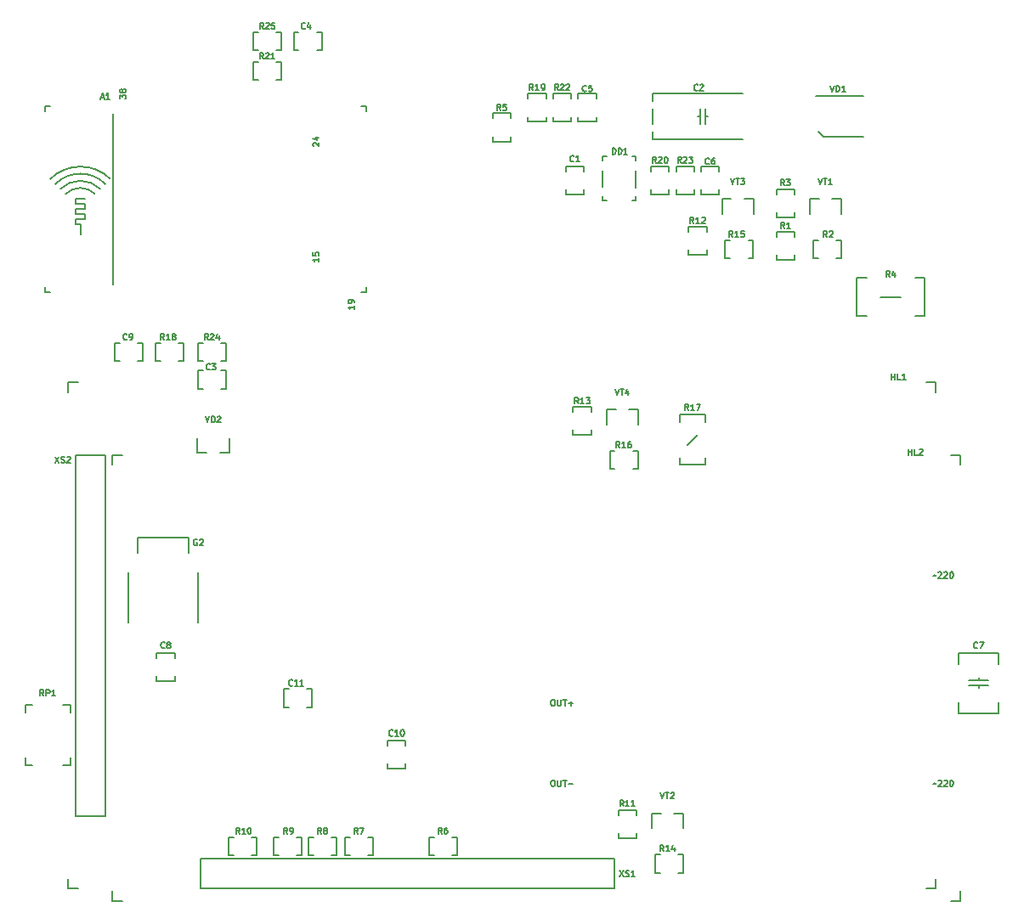
<source format=gbr>
G04 #@! TF.GenerationSoftware,KiCad,Pcbnew,(5.1.2-1)-1*
G04 #@! TF.CreationDate,2021-05-08T22:13:09+03:00*
G04 #@! TF.ProjectId,UAK_3,55414b5f-332e-46b6-9963-61645f706362,rev?*
G04 #@! TF.SameCoordinates,Original*
G04 #@! TF.FileFunction,Legend,Top*
G04 #@! TF.FilePolarity,Positive*
%FSLAX46Y46*%
G04 Gerber Fmt 4.6, Leading zero omitted, Abs format (unit mm)*
G04 Created by KiCad (PCBNEW (5.1.2-1)-1) date 2021-05-08 22:13:09*
%MOMM*%
%LPD*%
G04 APERTURE LIST*
%ADD10C,0.150000*%
G04 APERTURE END LIST*
D10*
X5500000Y9250000D02*
X5500000Y45250000D01*
X8500000Y9250000D02*
X5500000Y9250000D01*
X8500000Y45250000D02*
X8500000Y9250000D01*
X5500000Y45250000D02*
X8500000Y45250000D01*
X18000000Y5000000D02*
X59250000Y5000000D01*
X18000000Y2000000D02*
X18000000Y5000000D01*
X59250000Y2000000D02*
X18000000Y2000000D01*
X59250000Y5000000D02*
X59250000Y2000000D01*
X3478571Y45078571D02*
X3878571Y44478571D01*
X3878571Y45078571D02*
X3478571Y44478571D01*
X4078571Y44507142D02*
X4164285Y44478571D01*
X4307142Y44478571D01*
X4364285Y44507142D01*
X4392857Y44535714D01*
X4421428Y44592857D01*
X4421428Y44650000D01*
X4392857Y44707142D01*
X4364285Y44735714D01*
X4307142Y44764285D01*
X4192857Y44792857D01*
X4135714Y44821428D01*
X4107142Y44850000D01*
X4078571Y44907142D01*
X4078571Y44964285D01*
X4107142Y45021428D01*
X4135714Y45050000D01*
X4192857Y45078571D01*
X4335714Y45078571D01*
X4421428Y45050000D01*
X4650000Y45021428D02*
X4678571Y45050000D01*
X4735714Y45078571D01*
X4878571Y45078571D01*
X4935714Y45050000D01*
X4964285Y45021428D01*
X4992857Y44964285D01*
X4992857Y44907142D01*
X4964285Y44821428D01*
X4621428Y44478571D01*
X4992857Y44478571D01*
X59728571Y3828571D02*
X60128571Y3228571D01*
X60128571Y3828571D02*
X59728571Y3228571D01*
X60328571Y3257142D02*
X60414285Y3228571D01*
X60557142Y3228571D01*
X60614285Y3257142D01*
X60642857Y3285714D01*
X60671428Y3342857D01*
X60671428Y3400000D01*
X60642857Y3457142D01*
X60614285Y3485714D01*
X60557142Y3514285D01*
X60442857Y3542857D01*
X60385714Y3571428D01*
X60357142Y3600000D01*
X60328571Y3657142D01*
X60328571Y3714285D01*
X60357142Y3771428D01*
X60385714Y3800000D01*
X60442857Y3828571D01*
X60585714Y3828571D01*
X60671428Y3800000D01*
X61242857Y3228571D02*
X60900000Y3228571D01*
X61071428Y3228571D02*
X61071428Y3828571D01*
X61014285Y3742857D01*
X60957142Y3685714D01*
X60900000Y3657142D01*
X65750000Y45000000D02*
X65750000Y44250000D01*
X68250000Y44250000D02*
X68250000Y45000000D01*
X65750000Y48500000D02*
X65750000Y49250000D01*
X68250000Y49250000D02*
X68250000Y48500000D01*
X65750000Y49250000D02*
X68250000Y49250000D01*
X65750000Y44250000D02*
X68250000Y44250000D01*
X67000000Y46750000D02*
X66500000Y46250000D01*
X67000000Y46750000D02*
X67500000Y47250000D01*
X61580000Y49760000D02*
X60650000Y49760000D01*
X58420000Y49760000D02*
X59350000Y49760000D01*
X61580000Y49760000D02*
X61580000Y48300000D01*
X58420000Y49760000D02*
X58420000Y48300000D01*
X73080000Y70760000D02*
X72150000Y70760000D01*
X69920000Y70760000D02*
X70850000Y70760000D01*
X73080000Y70760000D02*
X73080000Y69300000D01*
X69920000Y70760000D02*
X69920000Y69300000D01*
X66080000Y9510000D02*
X65150000Y9510000D01*
X62920000Y9510000D02*
X63850000Y9510000D01*
X66080000Y9510000D02*
X66080000Y8050000D01*
X62920000Y9510000D02*
X62920000Y8050000D01*
X81830000Y70760000D02*
X80900000Y70760000D01*
X78670000Y70760000D02*
X79600000Y70760000D01*
X81830000Y70760000D02*
X81830000Y69300000D01*
X78670000Y70760000D02*
X78670000Y69300000D01*
X17670000Y45490000D02*
X18600000Y45490000D01*
X20830000Y45490000D02*
X19900000Y45490000D01*
X17670000Y45490000D02*
X17670000Y46950000D01*
X20830000Y45490000D02*
X20830000Y46950000D01*
X84000000Y77000000D02*
X80000000Y77000000D01*
X79500000Y77500000D02*
X80000000Y77000000D01*
X84000000Y81000000D02*
X79250000Y81000000D01*
X5000000Y20350000D02*
X4250000Y20350000D01*
X5000000Y19600000D02*
X5000000Y20350000D01*
X500000Y20350000D02*
X500000Y19600000D01*
X500000Y20350000D02*
X1250000Y20350000D01*
X5000000Y14350000D02*
X5000000Y15100000D01*
X5000000Y14350000D02*
X4250000Y14350000D01*
X500000Y14350000D02*
X500000Y15100000D01*
X500000Y14350000D02*
X1250000Y14350000D01*
X83350000Y62900000D02*
X83350000Y59100000D01*
X90150000Y59100000D02*
X90150000Y62900000D01*
X83350000Y62900000D02*
X84350000Y62900000D01*
X83350000Y59100000D02*
X84350000Y59100000D01*
X90150000Y62900000D02*
X89150000Y62900000D01*
X90150000Y59100000D02*
X89150000Y59100000D01*
X86750000Y61000000D02*
X87750000Y61000000D01*
X86750000Y61000000D02*
X85750000Y61000000D01*
X11750000Y37000000D02*
X16750000Y37000000D01*
X16750000Y35500000D02*
X16750000Y37000000D01*
X11750000Y37000000D02*
X11750000Y35500000D01*
X10750000Y33500000D02*
X10750000Y28500000D01*
X17750000Y33500000D02*
X17750000Y28500000D01*
X58050000Y72000000D02*
X58050000Y73600000D01*
X61350000Y73600000D02*
X61350000Y71900000D01*
X58050000Y75000000D02*
X58050000Y74600000D01*
X58050000Y75000000D02*
X58450000Y75000000D01*
X61350000Y75000000D02*
X61350000Y74600000D01*
X61350000Y75000000D02*
X60950000Y75000000D01*
X58050000Y70600000D02*
X58050000Y71000000D01*
X58050000Y70600000D02*
X58450000Y70600000D01*
X61350000Y70600000D02*
X61350000Y71000000D01*
X61350000Y70600000D02*
X60950000Y70600000D01*
X95500000Y22250000D02*
X95500000Y22000000D01*
X95500000Y22750000D02*
X95500000Y23000000D01*
X94500000Y22250000D02*
X96500000Y22250000D01*
X94500000Y22750000D02*
X96500000Y22750000D01*
X93500000Y25500000D02*
X93500000Y24400000D01*
X97500000Y19500000D02*
X97500000Y20600000D01*
X93500000Y19500000D02*
X93500000Y20600000D01*
X93500000Y19500000D02*
X97500000Y19500000D01*
X93500000Y25500000D02*
X97500000Y25500000D01*
X97500000Y25500000D02*
X97500000Y24400000D01*
X29050000Y20100000D02*
X28550000Y20100000D01*
X29050000Y21900000D02*
X28550000Y21900000D01*
X29050000Y21900000D02*
X29050000Y20100000D01*
X26250000Y20100000D02*
X26750000Y20100000D01*
X26250000Y21900000D02*
X26250000Y20100000D01*
X26250000Y21900000D02*
X26750000Y21900000D01*
X9450000Y56400000D02*
X9950000Y56400000D01*
X9450000Y54600000D02*
X9950000Y54600000D01*
X9450000Y54600000D02*
X9450000Y56400000D01*
X12250000Y56400000D02*
X11750000Y56400000D01*
X12250000Y54600000D02*
X12250000Y56400000D01*
X12250000Y54600000D02*
X11750000Y54600000D01*
X36600000Y13950000D02*
X36600000Y14450000D01*
X38400000Y13950000D02*
X38400000Y14450000D01*
X38400000Y13950000D02*
X36600000Y13950000D01*
X36600000Y16750000D02*
X36600000Y16250000D01*
X38400000Y16750000D02*
X36600000Y16750000D01*
X38400000Y16750000D02*
X38400000Y16250000D01*
X13600000Y22700000D02*
X13600000Y23200000D01*
X15400000Y22700000D02*
X15400000Y23200000D01*
X15400000Y22700000D02*
X13600000Y22700000D01*
X13600000Y25500000D02*
X13600000Y25000000D01*
X15400000Y25500000D02*
X13600000Y25500000D01*
X15400000Y25500000D02*
X15400000Y25000000D01*
X67850000Y71200000D02*
X67850000Y71700000D01*
X69650000Y71200000D02*
X69650000Y71700000D01*
X69650000Y71200000D02*
X67850000Y71200000D01*
X67850000Y74000000D02*
X67850000Y73500000D01*
X69650000Y74000000D02*
X67850000Y74000000D01*
X69650000Y74000000D02*
X69650000Y73500000D01*
X55600000Y78450000D02*
X55600000Y78950000D01*
X57400000Y78450000D02*
X57400000Y78950000D01*
X57400000Y78450000D02*
X55600000Y78450000D01*
X55600000Y81250000D02*
X55600000Y80750000D01*
X57400000Y81250000D02*
X55600000Y81250000D01*
X57400000Y81250000D02*
X57400000Y80750000D01*
X30050000Y85600000D02*
X29550000Y85600000D01*
X30050000Y87400000D02*
X29550000Y87400000D01*
X30050000Y87400000D02*
X30050000Y85600000D01*
X27250000Y85600000D02*
X27750000Y85600000D01*
X27250000Y87400000D02*
X27250000Y85600000D01*
X27250000Y87400000D02*
X27750000Y87400000D01*
X20550000Y51850000D02*
X20050000Y51850000D01*
X20550000Y53650000D02*
X20050000Y53650000D01*
X20550000Y53650000D02*
X20550000Y51850000D01*
X17750000Y51850000D02*
X18250000Y51850000D01*
X17750000Y53650000D02*
X17750000Y51850000D01*
X17750000Y53650000D02*
X18250000Y53650000D01*
X54350000Y71200000D02*
X54350000Y71700000D01*
X56150000Y71200000D02*
X56150000Y71700000D01*
X56150000Y71200000D02*
X54350000Y71200000D01*
X54350000Y74000000D02*
X54350000Y73500000D01*
X56150000Y74000000D02*
X54350000Y74000000D01*
X56150000Y74000000D02*
X56150000Y73500000D01*
X67750000Y79750000D02*
X67750000Y78250000D01*
X68250000Y79750000D02*
X68250000Y78250000D01*
X67750000Y79000000D02*
X67500000Y79000000D01*
X68250000Y79000000D02*
X68500000Y79000000D01*
X63000000Y81250000D02*
X72000000Y81250000D01*
X63000000Y81250000D02*
X63000000Y80500000D01*
X63000000Y76750000D02*
X63000000Y77500000D01*
X63000000Y76750000D02*
X72000000Y76750000D01*
X63000000Y79750000D02*
X63000000Y78250000D01*
X2500000Y61500000D02*
X3000000Y61500000D01*
X2500000Y61500000D02*
X2500000Y62000000D01*
X2500000Y80000000D02*
X2500000Y79500000D01*
X2500000Y80000000D02*
X3000000Y80000000D01*
X9250000Y62250000D02*
X9250000Y79250000D01*
X6000000Y67250000D02*
X6000000Y68250000D01*
X6000000Y68250000D02*
X5500000Y68250000D01*
X5500000Y68250000D02*
X5500000Y68750000D01*
X5500000Y68750000D02*
X6500000Y68750000D01*
X6500000Y68750000D02*
X6500000Y69250000D01*
X6500000Y69250000D02*
X5500000Y69250000D01*
X5500000Y69250000D02*
X5500000Y69750000D01*
X5500000Y69750000D02*
X6500000Y69750000D01*
X6500000Y69750000D02*
X6500000Y70250000D01*
X6500000Y70250000D02*
X5500000Y70250000D01*
X5500000Y70250000D02*
X5500000Y70750000D01*
X5500000Y70750000D02*
X6500000Y70750000D01*
X4500001Y71249999D02*
G75*
G02X7499999Y71249999I1499999J-1499999D01*
G01*
X4000001Y71749999D02*
G75*
G02X7999999Y71749999I1999999J-1999999D01*
G01*
X3500001Y72249999D02*
G75*
G02X8499999Y72249999I2499999J-2499999D01*
G01*
X3000001Y72749999D02*
G75*
G02X8999999Y72749999I2999999J-2999999D01*
G01*
X34500000Y61500000D02*
X34000000Y61500000D01*
X34500000Y61500000D02*
X34500000Y62000000D01*
X34500000Y80000000D02*
X34000000Y80000000D01*
X34500000Y80000000D02*
X34500000Y79500000D01*
X23550000Y5350000D02*
X23050000Y5350000D01*
X23550000Y7150000D02*
X23050000Y7150000D01*
X23550000Y7150000D02*
X23550000Y5350000D01*
X20750000Y5350000D02*
X21250000Y5350000D01*
X20750000Y7150000D02*
X20750000Y5350000D01*
X20750000Y7150000D02*
X21250000Y7150000D01*
X28050000Y5350000D02*
X27550000Y5350000D01*
X28050000Y7150000D02*
X27550000Y7150000D01*
X28050000Y7150000D02*
X28050000Y5350000D01*
X25250000Y5350000D02*
X25750000Y5350000D01*
X25250000Y7150000D02*
X25250000Y5350000D01*
X25250000Y7150000D02*
X25750000Y7150000D01*
X31550000Y5350000D02*
X31050000Y5350000D01*
X31550000Y7150000D02*
X31050000Y7150000D01*
X31550000Y7150000D02*
X31550000Y5350000D01*
X28750000Y5350000D02*
X29250000Y5350000D01*
X28750000Y7150000D02*
X28750000Y5350000D01*
X28750000Y7150000D02*
X29250000Y7150000D01*
X75350000Y68950000D02*
X75350000Y69450000D01*
X77150000Y68950000D02*
X77150000Y69450000D01*
X77150000Y68950000D02*
X75350000Y68950000D01*
X75350000Y71750000D02*
X75350000Y71250000D01*
X77150000Y71750000D02*
X75350000Y71750000D01*
X77150000Y71750000D02*
X77150000Y71250000D01*
X81800000Y64850000D02*
X81300000Y64850000D01*
X81800000Y66650000D02*
X81300000Y66650000D01*
X81800000Y66650000D02*
X81800000Y64850000D01*
X79000000Y64850000D02*
X79500000Y64850000D01*
X79000000Y66650000D02*
X79000000Y64850000D01*
X79000000Y66650000D02*
X79500000Y66650000D01*
X75350000Y64700000D02*
X75350000Y65200000D01*
X77150000Y64700000D02*
X77150000Y65200000D01*
X77150000Y64700000D02*
X75350000Y64700000D01*
X75350000Y67500000D02*
X75350000Y67000000D01*
X77150000Y67500000D02*
X75350000Y67500000D01*
X77150000Y67500000D02*
X77150000Y67000000D01*
X35175000Y5350000D02*
X34675000Y5350000D01*
X35175000Y7150000D02*
X34675000Y7150000D01*
X35175000Y7150000D02*
X35175000Y5350000D01*
X32375000Y5350000D02*
X32875000Y5350000D01*
X32375000Y7150000D02*
X32375000Y5350000D01*
X32375000Y7150000D02*
X32875000Y7150000D01*
X43550000Y5350000D02*
X43050000Y5350000D01*
X43550000Y7150000D02*
X43050000Y7150000D01*
X43550000Y7150000D02*
X43550000Y5350000D01*
X40750000Y5350000D02*
X41250000Y5350000D01*
X40750000Y7150000D02*
X40750000Y5350000D01*
X40750000Y7150000D02*
X41250000Y7150000D01*
X48900000Y79300000D02*
X48900000Y78800000D01*
X47100000Y79300000D02*
X47100000Y78800000D01*
X47100000Y79300000D02*
X48900000Y79300000D01*
X48900000Y76500000D02*
X48900000Y77000000D01*
X47100000Y76500000D02*
X48900000Y76500000D01*
X47100000Y76500000D02*
X47100000Y77000000D01*
X26050000Y85600000D02*
X25550000Y85600000D01*
X26050000Y87400000D02*
X25550000Y87400000D01*
X26050000Y87400000D02*
X26050000Y85600000D01*
X23250000Y85600000D02*
X23750000Y85600000D01*
X23250000Y87400000D02*
X23250000Y85600000D01*
X23250000Y87400000D02*
X23750000Y87400000D01*
X17700000Y56400000D02*
X18200000Y56400000D01*
X17700000Y54600000D02*
X18200000Y54600000D01*
X17700000Y54600000D02*
X17700000Y56400000D01*
X20500000Y56400000D02*
X20000000Y56400000D01*
X20500000Y54600000D02*
X20500000Y56400000D01*
X20500000Y54600000D02*
X20000000Y54600000D01*
X65350000Y71200000D02*
X65350000Y71700000D01*
X67150000Y71200000D02*
X67150000Y71700000D01*
X67150000Y71200000D02*
X65350000Y71200000D01*
X65350000Y74000000D02*
X65350000Y73500000D01*
X67150000Y74000000D02*
X65350000Y74000000D01*
X67150000Y74000000D02*
X67150000Y73500000D01*
X53100000Y78450000D02*
X53100000Y78950000D01*
X54900000Y78450000D02*
X54900000Y78950000D01*
X54900000Y78450000D02*
X53100000Y78450000D01*
X53100000Y81250000D02*
X53100000Y80750000D01*
X54900000Y81250000D02*
X53100000Y81250000D01*
X54900000Y81250000D02*
X54900000Y80750000D01*
X26050000Y82600000D02*
X25550000Y82600000D01*
X26050000Y84400000D02*
X25550000Y84400000D01*
X26050000Y84400000D02*
X26050000Y82600000D01*
X23250000Y82600000D02*
X23750000Y82600000D01*
X23250000Y84400000D02*
X23250000Y82600000D01*
X23250000Y84400000D02*
X23750000Y84400000D01*
X62850000Y71200000D02*
X62850000Y71700000D01*
X64650000Y71200000D02*
X64650000Y71700000D01*
X64650000Y71200000D02*
X62850000Y71200000D01*
X62850000Y74000000D02*
X62850000Y73500000D01*
X64650000Y74000000D02*
X62850000Y74000000D01*
X64650000Y74000000D02*
X64650000Y73500000D01*
X50600000Y78450000D02*
X50600000Y78950000D01*
X52400000Y78450000D02*
X52400000Y78950000D01*
X52400000Y78450000D02*
X50600000Y78450000D01*
X50600000Y81250000D02*
X50600000Y80750000D01*
X52400000Y81250000D02*
X50600000Y81250000D01*
X52400000Y81250000D02*
X52400000Y80750000D01*
X16300000Y54600000D02*
X15800000Y54600000D01*
X16300000Y56400000D02*
X15800000Y56400000D01*
X16300000Y56400000D02*
X16300000Y54600000D01*
X13500000Y54600000D02*
X14000000Y54600000D01*
X13500000Y56400000D02*
X13500000Y54600000D01*
X13500000Y56400000D02*
X14000000Y56400000D01*
X61550000Y43850000D02*
X61050000Y43850000D01*
X61550000Y45650000D02*
X61050000Y45650000D01*
X61550000Y45650000D02*
X61550000Y43850000D01*
X58750000Y43850000D02*
X59250000Y43850000D01*
X58750000Y45650000D02*
X58750000Y43850000D01*
X58750000Y45650000D02*
X59250000Y45650000D01*
X73050000Y64850000D02*
X72550000Y64850000D01*
X73050000Y66650000D02*
X72550000Y66650000D01*
X73050000Y66650000D02*
X73050000Y64850000D01*
X70250000Y64850000D02*
X70750000Y64850000D01*
X70250000Y66650000D02*
X70250000Y64850000D01*
X70250000Y66650000D02*
X70750000Y66650000D01*
X66050000Y3600000D02*
X65550000Y3600000D01*
X66050000Y5400000D02*
X65550000Y5400000D01*
X66050000Y5400000D02*
X66050000Y3600000D01*
X63250000Y3600000D02*
X63750000Y3600000D01*
X63250000Y5400000D02*
X63250000Y3600000D01*
X63250000Y5400000D02*
X63750000Y5400000D01*
X56900000Y50050000D02*
X56900000Y49550000D01*
X55100000Y50050000D02*
X55100000Y49550000D01*
X55100000Y50050000D02*
X56900000Y50050000D01*
X56900000Y47250000D02*
X56900000Y47750000D01*
X55100000Y47250000D02*
X56900000Y47250000D01*
X55100000Y47250000D02*
X55100000Y47750000D01*
X66600000Y65200000D02*
X66600000Y65700000D01*
X68400000Y65200000D02*
X68400000Y65700000D01*
X68400000Y65200000D02*
X66600000Y65200000D01*
X66600000Y68000000D02*
X66600000Y67500000D01*
X68400000Y68000000D02*
X66600000Y68000000D01*
X68400000Y68000000D02*
X68400000Y67500000D01*
X61400000Y9800000D02*
X61400000Y9300000D01*
X59600000Y9800000D02*
X59600000Y9300000D01*
X59600000Y9800000D02*
X61400000Y9800000D01*
X61400000Y7000000D02*
X61400000Y7500000D01*
X59600000Y7000000D02*
X61400000Y7000000D01*
X59600000Y7000000D02*
X59600000Y7500000D01*
X91250000Y52500000D02*
X91250000Y51500000D01*
X91250000Y52500000D02*
X90250000Y52500000D01*
X91250000Y2000000D02*
X90250000Y2000000D01*
X91250000Y2000000D02*
X91250000Y3000000D01*
X4750000Y2000000D02*
X4750000Y3000000D01*
X4750000Y2000000D02*
X5750000Y2000000D01*
X4750000Y52500000D02*
X4750000Y51500000D01*
X4750000Y52500000D02*
X5750000Y52500000D01*
X93700000Y750000D02*
X93700000Y1750000D01*
X93700000Y750000D02*
X92700000Y750000D01*
X9200000Y750000D02*
X10200000Y750000D01*
X9200000Y750000D02*
X9200000Y1750000D01*
X9200000Y45250000D02*
X9200000Y44250000D01*
X9200000Y45250000D02*
X10200000Y45250000D01*
X93700000Y45250000D02*
X93700000Y44250000D01*
X93700000Y45250000D02*
X92700000Y45250000D01*
X66614285Y49728571D02*
X66414285Y50014285D01*
X66271428Y49728571D02*
X66271428Y50328571D01*
X66500000Y50328571D01*
X66557142Y50300000D01*
X66585714Y50271428D01*
X66614285Y50214285D01*
X66614285Y50128571D01*
X66585714Y50071428D01*
X66557142Y50042857D01*
X66500000Y50014285D01*
X66271428Y50014285D01*
X67185714Y49728571D02*
X66842857Y49728571D01*
X67014285Y49728571D02*
X67014285Y50328571D01*
X66957142Y50242857D01*
X66900000Y50185714D01*
X66842857Y50157142D01*
X67385714Y50328571D02*
X67785714Y50328571D01*
X67528571Y49728571D01*
X59285714Y51828571D02*
X59485714Y51228571D01*
X59685714Y51828571D01*
X59800000Y51828571D02*
X60142857Y51828571D01*
X59971428Y51228571D02*
X59971428Y51828571D01*
X60600000Y51628571D02*
X60600000Y51228571D01*
X60457142Y51857142D02*
X60314285Y51428571D01*
X60685714Y51428571D01*
X70785714Y72828571D02*
X70985714Y72228571D01*
X71185714Y72828571D01*
X71300000Y72828571D02*
X71642857Y72828571D01*
X71471428Y72228571D02*
X71471428Y72828571D01*
X71785714Y72828571D02*
X72157142Y72828571D01*
X71957142Y72600000D01*
X72042857Y72600000D01*
X72100000Y72571428D01*
X72128571Y72542857D01*
X72157142Y72485714D01*
X72157142Y72342857D01*
X72128571Y72285714D01*
X72100000Y72257142D01*
X72042857Y72228571D01*
X71871428Y72228571D01*
X71814285Y72257142D01*
X71785714Y72285714D01*
X63785714Y11578571D02*
X63985714Y10978571D01*
X64185714Y11578571D01*
X64300000Y11578571D02*
X64642857Y11578571D01*
X64471428Y10978571D02*
X64471428Y11578571D01*
X64814285Y11521428D02*
X64842857Y11550000D01*
X64900000Y11578571D01*
X65042857Y11578571D01*
X65100000Y11550000D01*
X65128571Y11521428D01*
X65157142Y11464285D01*
X65157142Y11407142D01*
X65128571Y11321428D01*
X64785714Y10978571D01*
X65157142Y10978571D01*
X79535714Y72828571D02*
X79735714Y72228571D01*
X79935714Y72828571D01*
X80050000Y72828571D02*
X80392857Y72828571D01*
X80221428Y72228571D02*
X80221428Y72828571D01*
X80907142Y72228571D02*
X80564285Y72228571D01*
X80735714Y72228571D02*
X80735714Y72828571D01*
X80678571Y72742857D01*
X80621428Y72685714D01*
X80564285Y72657142D01*
X18464285Y49078571D02*
X18664285Y48478571D01*
X18864285Y49078571D01*
X19064285Y48478571D02*
X19064285Y49078571D01*
X19207142Y49078571D01*
X19292857Y49050000D01*
X19350000Y48992857D01*
X19378571Y48935714D01*
X19407142Y48821428D01*
X19407142Y48735714D01*
X19378571Y48621428D01*
X19350000Y48564285D01*
X19292857Y48507142D01*
X19207142Y48478571D01*
X19064285Y48478571D01*
X19635714Y49021428D02*
X19664285Y49050000D01*
X19721428Y49078571D01*
X19864285Y49078571D01*
X19921428Y49050000D01*
X19950000Y49021428D01*
X19978571Y48964285D01*
X19978571Y48907142D01*
X19950000Y48821428D01*
X19607142Y48478571D01*
X19978571Y48478571D01*
X80714285Y82078571D02*
X80914285Y81478571D01*
X81114285Y82078571D01*
X81314285Y81478571D02*
X81314285Y82078571D01*
X81457142Y82078571D01*
X81542857Y82050000D01*
X81600000Y81992857D01*
X81628571Y81935714D01*
X81657142Y81821428D01*
X81657142Y81735714D01*
X81628571Y81621428D01*
X81600000Y81564285D01*
X81542857Y81507142D01*
X81457142Y81478571D01*
X81314285Y81478571D01*
X82228571Y81478571D02*
X81885714Y81478571D01*
X82057142Y81478571D02*
X82057142Y82078571D01*
X82000000Y81992857D01*
X81942857Y81935714D01*
X81885714Y81907142D01*
X2350000Y21228571D02*
X2150000Y21514285D01*
X2007142Y21228571D02*
X2007142Y21828571D01*
X2235714Y21828571D01*
X2292857Y21800000D01*
X2321428Y21771428D01*
X2350000Y21714285D01*
X2350000Y21628571D01*
X2321428Y21571428D01*
X2292857Y21542857D01*
X2235714Y21514285D01*
X2007142Y21514285D01*
X2607142Y21228571D02*
X2607142Y21828571D01*
X2835714Y21828571D01*
X2892857Y21800000D01*
X2921428Y21771428D01*
X2950000Y21714285D01*
X2950000Y21628571D01*
X2921428Y21571428D01*
X2892857Y21542857D01*
X2835714Y21514285D01*
X2607142Y21514285D01*
X3521428Y21228571D02*
X3178571Y21228571D01*
X3350000Y21228571D02*
X3350000Y21828571D01*
X3292857Y21742857D01*
X3235714Y21685714D01*
X3178571Y21657142D01*
X86650000Y62978571D02*
X86450000Y63264285D01*
X86307142Y62978571D02*
X86307142Y63578571D01*
X86535714Y63578571D01*
X86592857Y63550000D01*
X86621428Y63521428D01*
X86650000Y63464285D01*
X86650000Y63378571D01*
X86621428Y63321428D01*
X86592857Y63292857D01*
X86535714Y63264285D01*
X86307142Y63264285D01*
X87164285Y63378571D02*
X87164285Y62978571D01*
X87021428Y63607142D02*
X86878571Y63178571D01*
X87250000Y63178571D01*
X17621428Y36800000D02*
X17564285Y36828571D01*
X17478571Y36828571D01*
X17392857Y36800000D01*
X17335714Y36742857D01*
X17307142Y36685714D01*
X17278571Y36571428D01*
X17278571Y36485714D01*
X17307142Y36371428D01*
X17335714Y36314285D01*
X17392857Y36257142D01*
X17478571Y36228571D01*
X17535714Y36228571D01*
X17621428Y36257142D01*
X17650000Y36285714D01*
X17650000Y36485714D01*
X17535714Y36485714D01*
X17878571Y36771428D02*
X17907142Y36800000D01*
X17964285Y36828571D01*
X18107142Y36828571D01*
X18164285Y36800000D01*
X18192857Y36771428D01*
X18221428Y36714285D01*
X18221428Y36657142D01*
X18192857Y36571428D01*
X17850000Y36228571D01*
X18221428Y36228571D01*
X59007142Y75228571D02*
X59007142Y75828571D01*
X59150000Y75828571D01*
X59235714Y75800000D01*
X59292857Y75742857D01*
X59321428Y75685714D01*
X59350000Y75571428D01*
X59350000Y75485714D01*
X59321428Y75371428D01*
X59292857Y75314285D01*
X59235714Y75257142D01*
X59150000Y75228571D01*
X59007142Y75228571D01*
X59607142Y75228571D02*
X59607142Y75828571D01*
X59750000Y75828571D01*
X59835714Y75800000D01*
X59892857Y75742857D01*
X59921428Y75685714D01*
X59950000Y75571428D01*
X59950000Y75485714D01*
X59921428Y75371428D01*
X59892857Y75314285D01*
X59835714Y75257142D01*
X59750000Y75228571D01*
X59607142Y75228571D01*
X60521428Y75228571D02*
X60178571Y75228571D01*
X60350000Y75228571D02*
X60350000Y75828571D01*
X60292857Y75742857D01*
X60235714Y75685714D01*
X60178571Y75657142D01*
X95400000Y26035714D02*
X95371428Y26007142D01*
X95285714Y25978571D01*
X95228571Y25978571D01*
X95142857Y26007142D01*
X95085714Y26064285D01*
X95057142Y26121428D01*
X95028571Y26235714D01*
X95028571Y26321428D01*
X95057142Y26435714D01*
X95085714Y26492857D01*
X95142857Y26550000D01*
X95228571Y26578571D01*
X95285714Y26578571D01*
X95371428Y26550000D01*
X95400000Y26521428D01*
X95600000Y26578571D02*
X96000000Y26578571D01*
X95742857Y25978571D01*
X27114285Y22285714D02*
X27085714Y22257142D01*
X27000000Y22228571D01*
X26942857Y22228571D01*
X26857142Y22257142D01*
X26800000Y22314285D01*
X26771428Y22371428D01*
X26742857Y22485714D01*
X26742857Y22571428D01*
X26771428Y22685714D01*
X26800000Y22742857D01*
X26857142Y22800000D01*
X26942857Y22828571D01*
X27000000Y22828571D01*
X27085714Y22800000D01*
X27114285Y22771428D01*
X27685714Y22228571D02*
X27342857Y22228571D01*
X27514285Y22228571D02*
X27514285Y22828571D01*
X27457142Y22742857D01*
X27400000Y22685714D01*
X27342857Y22657142D01*
X28257142Y22228571D02*
X27914285Y22228571D01*
X28085714Y22228571D02*
X28085714Y22828571D01*
X28028571Y22742857D01*
X27971428Y22685714D01*
X27914285Y22657142D01*
X10650000Y56785714D02*
X10621428Y56757142D01*
X10535714Y56728571D01*
X10478571Y56728571D01*
X10392857Y56757142D01*
X10335714Y56814285D01*
X10307142Y56871428D01*
X10278571Y56985714D01*
X10278571Y57071428D01*
X10307142Y57185714D01*
X10335714Y57242857D01*
X10392857Y57300000D01*
X10478571Y57328571D01*
X10535714Y57328571D01*
X10621428Y57300000D01*
X10650000Y57271428D01*
X10935714Y56728571D02*
X11050000Y56728571D01*
X11107142Y56757142D01*
X11135714Y56785714D01*
X11192857Y56871428D01*
X11221428Y56985714D01*
X11221428Y57214285D01*
X11192857Y57271428D01*
X11164285Y57300000D01*
X11107142Y57328571D01*
X10992857Y57328571D01*
X10935714Y57300000D01*
X10907142Y57271428D01*
X10878571Y57214285D01*
X10878571Y57071428D01*
X10907142Y57014285D01*
X10935714Y56985714D01*
X10992857Y56957142D01*
X11107142Y56957142D01*
X11164285Y56985714D01*
X11192857Y57014285D01*
X11221428Y57071428D01*
X37114285Y17285714D02*
X37085714Y17257142D01*
X37000000Y17228571D01*
X36942857Y17228571D01*
X36857142Y17257142D01*
X36800000Y17314285D01*
X36771428Y17371428D01*
X36742857Y17485714D01*
X36742857Y17571428D01*
X36771428Y17685714D01*
X36800000Y17742857D01*
X36857142Y17800000D01*
X36942857Y17828571D01*
X37000000Y17828571D01*
X37085714Y17800000D01*
X37114285Y17771428D01*
X37685714Y17228571D02*
X37342857Y17228571D01*
X37514285Y17228571D02*
X37514285Y17828571D01*
X37457142Y17742857D01*
X37400000Y17685714D01*
X37342857Y17657142D01*
X38057142Y17828571D02*
X38114285Y17828571D01*
X38171428Y17800000D01*
X38200000Y17771428D01*
X38228571Y17714285D01*
X38257142Y17600000D01*
X38257142Y17457142D01*
X38228571Y17342857D01*
X38200000Y17285714D01*
X38171428Y17257142D01*
X38114285Y17228571D01*
X38057142Y17228571D01*
X38000000Y17257142D01*
X37971428Y17285714D01*
X37942857Y17342857D01*
X37914285Y17457142D01*
X37914285Y17600000D01*
X37942857Y17714285D01*
X37971428Y17771428D01*
X38000000Y17800000D01*
X38057142Y17828571D01*
X14400000Y26035714D02*
X14371428Y26007142D01*
X14285714Y25978571D01*
X14228571Y25978571D01*
X14142857Y26007142D01*
X14085714Y26064285D01*
X14057142Y26121428D01*
X14028571Y26235714D01*
X14028571Y26321428D01*
X14057142Y26435714D01*
X14085714Y26492857D01*
X14142857Y26550000D01*
X14228571Y26578571D01*
X14285714Y26578571D01*
X14371428Y26550000D01*
X14400000Y26521428D01*
X14742857Y26321428D02*
X14685714Y26350000D01*
X14657142Y26378571D01*
X14628571Y26435714D01*
X14628571Y26464285D01*
X14657142Y26521428D01*
X14685714Y26550000D01*
X14742857Y26578571D01*
X14857142Y26578571D01*
X14914285Y26550000D01*
X14942857Y26521428D01*
X14971428Y26464285D01*
X14971428Y26435714D01*
X14942857Y26378571D01*
X14914285Y26350000D01*
X14857142Y26321428D01*
X14742857Y26321428D01*
X14685714Y26292857D01*
X14657142Y26264285D01*
X14628571Y26207142D01*
X14628571Y26092857D01*
X14657142Y26035714D01*
X14685714Y26007142D01*
X14742857Y25978571D01*
X14857142Y25978571D01*
X14914285Y26007142D01*
X14942857Y26035714D01*
X14971428Y26092857D01*
X14971428Y26207142D01*
X14942857Y26264285D01*
X14914285Y26292857D01*
X14857142Y26321428D01*
X68650000Y74285714D02*
X68621428Y74257142D01*
X68535714Y74228571D01*
X68478571Y74228571D01*
X68392857Y74257142D01*
X68335714Y74314285D01*
X68307142Y74371428D01*
X68278571Y74485714D01*
X68278571Y74571428D01*
X68307142Y74685714D01*
X68335714Y74742857D01*
X68392857Y74800000D01*
X68478571Y74828571D01*
X68535714Y74828571D01*
X68621428Y74800000D01*
X68650000Y74771428D01*
X69164285Y74828571D02*
X69050000Y74828571D01*
X68992857Y74800000D01*
X68964285Y74771428D01*
X68907142Y74685714D01*
X68878571Y74571428D01*
X68878571Y74342857D01*
X68907142Y74285714D01*
X68935714Y74257142D01*
X68992857Y74228571D01*
X69107142Y74228571D01*
X69164285Y74257142D01*
X69192857Y74285714D01*
X69221428Y74342857D01*
X69221428Y74485714D01*
X69192857Y74542857D01*
X69164285Y74571428D01*
X69107142Y74600000D01*
X68992857Y74600000D01*
X68935714Y74571428D01*
X68907142Y74542857D01*
X68878571Y74485714D01*
X56400000Y81535714D02*
X56371428Y81507142D01*
X56285714Y81478571D01*
X56228571Y81478571D01*
X56142857Y81507142D01*
X56085714Y81564285D01*
X56057142Y81621428D01*
X56028571Y81735714D01*
X56028571Y81821428D01*
X56057142Y81935714D01*
X56085714Y81992857D01*
X56142857Y82050000D01*
X56228571Y82078571D01*
X56285714Y82078571D01*
X56371428Y82050000D01*
X56400000Y82021428D01*
X56942857Y82078571D02*
X56657142Y82078571D01*
X56628571Y81792857D01*
X56657142Y81821428D01*
X56714285Y81850000D01*
X56857142Y81850000D01*
X56914285Y81821428D01*
X56942857Y81792857D01*
X56971428Y81735714D01*
X56971428Y81592857D01*
X56942857Y81535714D01*
X56914285Y81507142D01*
X56857142Y81478571D01*
X56714285Y81478571D01*
X56657142Y81507142D01*
X56628571Y81535714D01*
X28400000Y87785714D02*
X28371428Y87757142D01*
X28285714Y87728571D01*
X28228571Y87728571D01*
X28142857Y87757142D01*
X28085714Y87814285D01*
X28057142Y87871428D01*
X28028571Y87985714D01*
X28028571Y88071428D01*
X28057142Y88185714D01*
X28085714Y88242857D01*
X28142857Y88300000D01*
X28228571Y88328571D01*
X28285714Y88328571D01*
X28371428Y88300000D01*
X28400000Y88271428D01*
X28914285Y88128571D02*
X28914285Y87728571D01*
X28771428Y88357142D02*
X28628571Y87928571D01*
X29000000Y87928571D01*
X18900000Y53785714D02*
X18871428Y53757142D01*
X18785714Y53728571D01*
X18728571Y53728571D01*
X18642857Y53757142D01*
X18585714Y53814285D01*
X18557142Y53871428D01*
X18528571Y53985714D01*
X18528571Y54071428D01*
X18557142Y54185714D01*
X18585714Y54242857D01*
X18642857Y54300000D01*
X18728571Y54328571D01*
X18785714Y54328571D01*
X18871428Y54300000D01*
X18900000Y54271428D01*
X19100000Y54328571D02*
X19471428Y54328571D01*
X19271428Y54100000D01*
X19357142Y54100000D01*
X19414285Y54071428D01*
X19442857Y54042857D01*
X19471428Y53985714D01*
X19471428Y53842857D01*
X19442857Y53785714D01*
X19414285Y53757142D01*
X19357142Y53728571D01*
X19185714Y53728571D01*
X19128571Y53757142D01*
X19100000Y53785714D01*
X55150000Y74535714D02*
X55121428Y74507142D01*
X55035714Y74478571D01*
X54978571Y74478571D01*
X54892857Y74507142D01*
X54835714Y74564285D01*
X54807142Y74621428D01*
X54778571Y74735714D01*
X54778571Y74821428D01*
X54807142Y74935714D01*
X54835714Y74992857D01*
X54892857Y75050000D01*
X54978571Y75078571D01*
X55035714Y75078571D01*
X55121428Y75050000D01*
X55150000Y75021428D01*
X55721428Y74478571D02*
X55378571Y74478571D01*
X55550000Y74478571D02*
X55550000Y75078571D01*
X55492857Y74992857D01*
X55435714Y74935714D01*
X55378571Y74907142D01*
X67499999Y81635715D02*
X67471427Y81607143D01*
X67385713Y81578572D01*
X67328570Y81578572D01*
X67242856Y81607143D01*
X67185713Y81664286D01*
X67157141Y81721429D01*
X67128570Y81835715D01*
X67128570Y81921429D01*
X67157141Y82035715D01*
X67185713Y82092858D01*
X67242856Y82150001D01*
X67328570Y82178572D01*
X67385713Y82178572D01*
X67471427Y82150001D01*
X67499999Y82121429D01*
X67728570Y82121429D02*
X67757141Y82150001D01*
X67814284Y82178572D01*
X67957141Y82178572D01*
X68014284Y82150001D01*
X68042856Y82121429D01*
X68071427Y82064286D01*
X68071427Y82007143D01*
X68042856Y81921429D01*
X67699999Y81578572D01*
X68071427Y81578572D01*
X8071428Y80900000D02*
X8357142Y80900000D01*
X8014285Y80728571D02*
X8214285Y81328571D01*
X8414285Y80728571D01*
X8928571Y80728571D02*
X8585714Y80728571D01*
X8757142Y80728571D02*
X8757142Y81328571D01*
X8700000Y81242857D01*
X8642857Y81185714D01*
X8585714Y81157142D01*
X9921428Y80764285D02*
X9921428Y81135714D01*
X10150000Y80935714D01*
X10150000Y81021428D01*
X10178571Y81078571D01*
X10207142Y81107142D01*
X10264285Y81135714D01*
X10407142Y81135714D01*
X10464285Y81107142D01*
X10492857Y81078571D01*
X10521428Y81021428D01*
X10521428Y80850000D01*
X10492857Y80792857D01*
X10464285Y80764285D01*
X10178571Y81478571D02*
X10150000Y81421428D01*
X10121428Y81392857D01*
X10064285Y81364285D01*
X10035714Y81364285D01*
X9978571Y81392857D01*
X9950000Y81421428D01*
X9921428Y81478571D01*
X9921428Y81592857D01*
X9950000Y81650000D01*
X9978571Y81678571D01*
X10035714Y81707142D01*
X10064285Y81707142D01*
X10121428Y81678571D01*
X10150000Y81650000D01*
X10178571Y81592857D01*
X10178571Y81478571D01*
X10207142Y81421428D01*
X10235714Y81392857D01*
X10292857Y81364285D01*
X10407142Y81364285D01*
X10464285Y81392857D01*
X10492857Y81421428D01*
X10521428Y81478571D01*
X10521428Y81592857D01*
X10492857Y81650000D01*
X10464285Y81678571D01*
X10407142Y81707142D01*
X10292857Y81707142D01*
X10235714Y81678571D01*
X10207142Y81650000D01*
X10178571Y81592857D01*
X33271428Y60135714D02*
X33271428Y59792857D01*
X33271428Y59964285D02*
X32671428Y59964285D01*
X32757142Y59907142D01*
X32814285Y59850000D01*
X32842857Y59792857D01*
X33271428Y60421428D02*
X33271428Y60535714D01*
X33242857Y60592857D01*
X33214285Y60621428D01*
X33128571Y60678571D01*
X33014285Y60707142D01*
X32785714Y60707142D01*
X32728571Y60678571D01*
X32700000Y60650000D01*
X32671428Y60592857D01*
X32671428Y60478571D01*
X32700000Y60421428D01*
X32728571Y60392857D01*
X32785714Y60364285D01*
X32928571Y60364285D01*
X32985714Y60392857D01*
X33014285Y60421428D01*
X33042857Y60478571D01*
X33042857Y60592857D01*
X33014285Y60650000D01*
X32985714Y60678571D01*
X32928571Y60707142D01*
X29771428Y64885714D02*
X29771428Y64542857D01*
X29771428Y64714285D02*
X29171428Y64714285D01*
X29257142Y64657142D01*
X29314285Y64600000D01*
X29342857Y64542857D01*
X29171428Y65428571D02*
X29171428Y65142857D01*
X29457142Y65114285D01*
X29428571Y65142857D01*
X29400000Y65200000D01*
X29400000Y65342857D01*
X29428571Y65400000D01*
X29457142Y65428571D01*
X29514285Y65457142D01*
X29657142Y65457142D01*
X29714285Y65428571D01*
X29742857Y65400000D01*
X29771428Y65342857D01*
X29771428Y65200000D01*
X29742857Y65142857D01*
X29714285Y65114285D01*
X29228571Y76042857D02*
X29200000Y76071428D01*
X29171428Y76128571D01*
X29171428Y76271428D01*
X29200000Y76328571D01*
X29228571Y76357142D01*
X29285714Y76385714D01*
X29342857Y76385714D01*
X29428571Y76357142D01*
X29771428Y76014285D01*
X29771428Y76385714D01*
X29371428Y76900000D02*
X29771428Y76900000D01*
X29142857Y76757142D02*
X29571428Y76614285D01*
X29571428Y76985714D01*
X21864285Y7478571D02*
X21664285Y7764285D01*
X21521428Y7478571D02*
X21521428Y8078571D01*
X21750000Y8078571D01*
X21807142Y8050000D01*
X21835714Y8021428D01*
X21864285Y7964285D01*
X21864285Y7878571D01*
X21835714Y7821428D01*
X21807142Y7792857D01*
X21750000Y7764285D01*
X21521428Y7764285D01*
X22435714Y7478571D02*
X22092857Y7478571D01*
X22264285Y7478571D02*
X22264285Y8078571D01*
X22207142Y7992857D01*
X22150000Y7935714D01*
X22092857Y7907142D01*
X22807142Y8078571D02*
X22864285Y8078571D01*
X22921428Y8050000D01*
X22950000Y8021428D01*
X22978571Y7964285D01*
X23007142Y7850000D01*
X23007142Y7707142D01*
X22978571Y7592857D01*
X22950000Y7535714D01*
X22921428Y7507142D01*
X22864285Y7478571D01*
X22807142Y7478571D01*
X22750000Y7507142D01*
X22721428Y7535714D01*
X22692857Y7592857D01*
X22664285Y7707142D01*
X22664285Y7850000D01*
X22692857Y7964285D01*
X22721428Y8021428D01*
X22750000Y8050000D01*
X22807142Y8078571D01*
X26650000Y7478571D02*
X26450000Y7764285D01*
X26307142Y7478571D02*
X26307142Y8078571D01*
X26535714Y8078571D01*
X26592857Y8050000D01*
X26621428Y8021428D01*
X26650000Y7964285D01*
X26650000Y7878571D01*
X26621428Y7821428D01*
X26592857Y7792857D01*
X26535714Y7764285D01*
X26307142Y7764285D01*
X26935714Y7478571D02*
X27050000Y7478571D01*
X27107142Y7507142D01*
X27135714Y7535714D01*
X27192857Y7621428D01*
X27221428Y7735714D01*
X27221428Y7964285D01*
X27192857Y8021428D01*
X27164285Y8050000D01*
X27107142Y8078571D01*
X26992857Y8078571D01*
X26935714Y8050000D01*
X26907142Y8021428D01*
X26878571Y7964285D01*
X26878571Y7821428D01*
X26907142Y7764285D01*
X26935714Y7735714D01*
X26992857Y7707142D01*
X27107142Y7707142D01*
X27164285Y7735714D01*
X27192857Y7764285D01*
X27221428Y7821428D01*
X30025000Y7478571D02*
X29825000Y7764285D01*
X29682142Y7478571D02*
X29682142Y8078571D01*
X29910714Y8078571D01*
X29967857Y8050000D01*
X29996428Y8021428D01*
X30025000Y7964285D01*
X30025000Y7878571D01*
X29996428Y7821428D01*
X29967857Y7792857D01*
X29910714Y7764285D01*
X29682142Y7764285D01*
X30367857Y7821428D02*
X30310714Y7850000D01*
X30282142Y7878571D01*
X30253571Y7935714D01*
X30253571Y7964285D01*
X30282142Y8021428D01*
X30310714Y8050000D01*
X30367857Y8078571D01*
X30482142Y8078571D01*
X30539285Y8050000D01*
X30567857Y8021428D01*
X30596428Y7964285D01*
X30596428Y7935714D01*
X30567857Y7878571D01*
X30539285Y7850000D01*
X30482142Y7821428D01*
X30367857Y7821428D01*
X30310714Y7792857D01*
X30282142Y7764285D01*
X30253571Y7707142D01*
X30253571Y7592857D01*
X30282142Y7535714D01*
X30310714Y7507142D01*
X30367857Y7478571D01*
X30482142Y7478571D01*
X30539285Y7507142D01*
X30567857Y7535714D01*
X30596428Y7592857D01*
X30596428Y7707142D01*
X30567857Y7764285D01*
X30539285Y7792857D01*
X30482142Y7821428D01*
X76150000Y72103571D02*
X75950000Y72389285D01*
X75807142Y72103571D02*
X75807142Y72703571D01*
X76035714Y72703571D01*
X76092857Y72675000D01*
X76121428Y72646428D01*
X76150000Y72589285D01*
X76150000Y72503571D01*
X76121428Y72446428D01*
X76092857Y72417857D01*
X76035714Y72389285D01*
X75807142Y72389285D01*
X76350000Y72703571D02*
X76721428Y72703571D01*
X76521428Y72475000D01*
X76607142Y72475000D01*
X76664285Y72446428D01*
X76692857Y72417857D01*
X76721428Y72360714D01*
X76721428Y72217857D01*
X76692857Y72160714D01*
X76664285Y72132142D01*
X76607142Y72103571D01*
X76435714Y72103571D01*
X76378571Y72132142D01*
X76350000Y72160714D01*
X80400000Y66978571D02*
X80200000Y67264285D01*
X80057142Y66978571D02*
X80057142Y67578571D01*
X80285714Y67578571D01*
X80342857Y67550000D01*
X80371428Y67521428D01*
X80400000Y67464285D01*
X80400000Y67378571D01*
X80371428Y67321428D01*
X80342857Y67292857D01*
X80285714Y67264285D01*
X80057142Y67264285D01*
X80628571Y67521428D02*
X80657142Y67550000D01*
X80714285Y67578571D01*
X80857142Y67578571D01*
X80914285Y67550000D01*
X80942857Y67521428D01*
X80971428Y67464285D01*
X80971428Y67407142D01*
X80942857Y67321428D01*
X80600000Y66978571D01*
X80971428Y66978571D01*
X76150000Y67853571D02*
X75950000Y68139285D01*
X75807142Y67853571D02*
X75807142Y68453571D01*
X76035714Y68453571D01*
X76092857Y68425000D01*
X76121428Y68396428D01*
X76150000Y68339285D01*
X76150000Y68253571D01*
X76121428Y68196428D01*
X76092857Y68167857D01*
X76035714Y68139285D01*
X75807142Y68139285D01*
X76721428Y67853571D02*
X76378571Y67853571D01*
X76550000Y67853571D02*
X76550000Y68453571D01*
X76492857Y68367857D01*
X76435714Y68310714D01*
X76378571Y68282142D01*
X33650000Y7478571D02*
X33450000Y7764285D01*
X33307142Y7478571D02*
X33307142Y8078571D01*
X33535714Y8078571D01*
X33592857Y8050000D01*
X33621428Y8021428D01*
X33650000Y7964285D01*
X33650000Y7878571D01*
X33621428Y7821428D01*
X33592857Y7792857D01*
X33535714Y7764285D01*
X33307142Y7764285D01*
X33850000Y8078571D02*
X34250000Y8078571D01*
X33992857Y7478571D01*
X42025000Y7478571D02*
X41825000Y7764285D01*
X41682142Y7478571D02*
X41682142Y8078571D01*
X41910714Y8078571D01*
X41967857Y8050000D01*
X41996428Y8021428D01*
X42025000Y7964285D01*
X42025000Y7878571D01*
X41996428Y7821428D01*
X41967857Y7792857D01*
X41910714Y7764285D01*
X41682142Y7764285D01*
X42539285Y8078571D02*
X42425000Y8078571D01*
X42367857Y8050000D01*
X42339285Y8021428D01*
X42282142Y7935714D01*
X42253571Y7821428D01*
X42253571Y7592857D01*
X42282142Y7535714D01*
X42310714Y7507142D01*
X42367857Y7478571D01*
X42482142Y7478571D01*
X42539285Y7507142D01*
X42567857Y7535714D01*
X42596428Y7592857D01*
X42596428Y7735714D01*
X42567857Y7792857D01*
X42539285Y7821428D01*
X42482142Y7850000D01*
X42367857Y7850000D01*
X42310714Y7821428D01*
X42282142Y7792857D01*
X42253571Y7735714D01*
X47900000Y79603571D02*
X47700000Y79889285D01*
X47557142Y79603571D02*
X47557142Y80203571D01*
X47785714Y80203571D01*
X47842857Y80175000D01*
X47871428Y80146428D01*
X47900000Y80089285D01*
X47900000Y80003571D01*
X47871428Y79946428D01*
X47842857Y79917857D01*
X47785714Y79889285D01*
X47557142Y79889285D01*
X48442857Y80203571D02*
X48157142Y80203571D01*
X48128571Y79917857D01*
X48157142Y79946428D01*
X48214285Y79975000D01*
X48357142Y79975000D01*
X48414285Y79946428D01*
X48442857Y79917857D01*
X48471428Y79860714D01*
X48471428Y79717857D01*
X48442857Y79660714D01*
X48414285Y79632142D01*
X48357142Y79603571D01*
X48214285Y79603571D01*
X48157142Y79632142D01*
X48128571Y79660714D01*
X24239285Y87728571D02*
X24039285Y88014285D01*
X23896428Y87728571D02*
X23896428Y88328571D01*
X24125000Y88328571D01*
X24182142Y88300000D01*
X24210714Y88271428D01*
X24239285Y88214285D01*
X24239285Y88128571D01*
X24210714Y88071428D01*
X24182142Y88042857D01*
X24125000Y88014285D01*
X23896428Y88014285D01*
X24467857Y88271428D02*
X24496428Y88300000D01*
X24553571Y88328571D01*
X24696428Y88328571D01*
X24753571Y88300000D01*
X24782142Y88271428D01*
X24810714Y88214285D01*
X24810714Y88157142D01*
X24782142Y88071428D01*
X24439285Y87728571D01*
X24810714Y87728571D01*
X25353571Y88328571D02*
X25067857Y88328571D01*
X25039285Y88042857D01*
X25067857Y88071428D01*
X25125000Y88100000D01*
X25267857Y88100000D01*
X25325000Y88071428D01*
X25353571Y88042857D01*
X25382142Y87985714D01*
X25382142Y87842857D01*
X25353571Y87785714D01*
X25325000Y87757142D01*
X25267857Y87728571D01*
X25125000Y87728571D01*
X25067857Y87757142D01*
X25039285Y87785714D01*
X18739285Y56728571D02*
X18539285Y57014285D01*
X18396428Y56728571D02*
X18396428Y57328571D01*
X18625000Y57328571D01*
X18682142Y57300000D01*
X18710714Y57271428D01*
X18739285Y57214285D01*
X18739285Y57128571D01*
X18710714Y57071428D01*
X18682142Y57042857D01*
X18625000Y57014285D01*
X18396428Y57014285D01*
X18967857Y57271428D02*
X18996428Y57300000D01*
X19053571Y57328571D01*
X19196428Y57328571D01*
X19253571Y57300000D01*
X19282142Y57271428D01*
X19310714Y57214285D01*
X19310714Y57157142D01*
X19282142Y57071428D01*
X18939285Y56728571D01*
X19310714Y56728571D01*
X19825000Y57128571D02*
X19825000Y56728571D01*
X19682142Y57357142D02*
X19539285Y56928571D01*
X19910714Y56928571D01*
X65864285Y74353571D02*
X65664285Y74639285D01*
X65521428Y74353571D02*
X65521428Y74953571D01*
X65750000Y74953571D01*
X65807142Y74925000D01*
X65835714Y74896428D01*
X65864285Y74839285D01*
X65864285Y74753571D01*
X65835714Y74696428D01*
X65807142Y74667857D01*
X65750000Y74639285D01*
X65521428Y74639285D01*
X66092857Y74896428D02*
X66121428Y74925000D01*
X66178571Y74953571D01*
X66321428Y74953571D01*
X66378571Y74925000D01*
X66407142Y74896428D01*
X66435714Y74839285D01*
X66435714Y74782142D01*
X66407142Y74696428D01*
X66064285Y74353571D01*
X66435714Y74353571D01*
X66635714Y74953571D02*
X67007142Y74953571D01*
X66807142Y74725000D01*
X66892857Y74725000D01*
X66950000Y74696428D01*
X66978571Y74667857D01*
X67007142Y74610714D01*
X67007142Y74467857D01*
X66978571Y74410714D01*
X66950000Y74382142D01*
X66892857Y74353571D01*
X66721428Y74353571D01*
X66664285Y74382142D01*
X66635714Y74410714D01*
X53614285Y81603571D02*
X53414285Y81889285D01*
X53271428Y81603571D02*
X53271428Y82203571D01*
X53500000Y82203571D01*
X53557142Y82175000D01*
X53585714Y82146428D01*
X53614285Y82089285D01*
X53614285Y82003571D01*
X53585714Y81946428D01*
X53557142Y81917857D01*
X53500000Y81889285D01*
X53271428Y81889285D01*
X53842857Y82146428D02*
X53871428Y82175000D01*
X53928571Y82203571D01*
X54071428Y82203571D01*
X54128571Y82175000D01*
X54157142Y82146428D01*
X54185714Y82089285D01*
X54185714Y82032142D01*
X54157142Y81946428D01*
X53814285Y81603571D01*
X54185714Y81603571D01*
X54414285Y82146428D02*
X54442857Y82175000D01*
X54500000Y82203571D01*
X54642857Y82203571D01*
X54700000Y82175000D01*
X54728571Y82146428D01*
X54757142Y82089285D01*
X54757142Y82032142D01*
X54728571Y81946428D01*
X54385714Y81603571D01*
X54757142Y81603571D01*
X24239285Y84728571D02*
X24039285Y85014285D01*
X23896428Y84728571D02*
X23896428Y85328571D01*
X24125000Y85328571D01*
X24182142Y85300000D01*
X24210714Y85271428D01*
X24239285Y85214285D01*
X24239285Y85128571D01*
X24210714Y85071428D01*
X24182142Y85042857D01*
X24125000Y85014285D01*
X23896428Y85014285D01*
X24467857Y85271428D02*
X24496428Y85300000D01*
X24553571Y85328571D01*
X24696428Y85328571D01*
X24753571Y85300000D01*
X24782142Y85271428D01*
X24810714Y85214285D01*
X24810714Y85157142D01*
X24782142Y85071428D01*
X24439285Y84728571D01*
X24810714Y84728571D01*
X25382142Y84728571D02*
X25039285Y84728571D01*
X25210714Y84728571D02*
X25210714Y85328571D01*
X25153571Y85242857D01*
X25096428Y85185714D01*
X25039285Y85157142D01*
X63364285Y74353571D02*
X63164285Y74639285D01*
X63021428Y74353571D02*
X63021428Y74953571D01*
X63250000Y74953571D01*
X63307142Y74925000D01*
X63335714Y74896428D01*
X63364285Y74839285D01*
X63364285Y74753571D01*
X63335714Y74696428D01*
X63307142Y74667857D01*
X63250000Y74639285D01*
X63021428Y74639285D01*
X63592857Y74896428D02*
X63621428Y74925000D01*
X63678571Y74953571D01*
X63821428Y74953571D01*
X63878571Y74925000D01*
X63907142Y74896428D01*
X63935714Y74839285D01*
X63935714Y74782142D01*
X63907142Y74696428D01*
X63564285Y74353571D01*
X63935714Y74353571D01*
X64307142Y74953571D02*
X64364285Y74953571D01*
X64421428Y74925000D01*
X64450000Y74896428D01*
X64478571Y74839285D01*
X64507142Y74725000D01*
X64507142Y74582142D01*
X64478571Y74467857D01*
X64450000Y74410714D01*
X64421428Y74382142D01*
X64364285Y74353571D01*
X64307142Y74353571D01*
X64250000Y74382142D01*
X64221428Y74410714D01*
X64192857Y74467857D01*
X64164285Y74582142D01*
X64164285Y74725000D01*
X64192857Y74839285D01*
X64221428Y74896428D01*
X64250000Y74925000D01*
X64307142Y74953571D01*
X51114285Y81603571D02*
X50914285Y81889285D01*
X50771428Y81603571D02*
X50771428Y82203571D01*
X51000000Y82203571D01*
X51057142Y82175000D01*
X51085714Y82146428D01*
X51114285Y82089285D01*
X51114285Y82003571D01*
X51085714Y81946428D01*
X51057142Y81917857D01*
X51000000Y81889285D01*
X50771428Y81889285D01*
X51685714Y81603571D02*
X51342857Y81603571D01*
X51514285Y81603571D02*
X51514285Y82203571D01*
X51457142Y82117857D01*
X51400000Y82060714D01*
X51342857Y82032142D01*
X51971428Y81603571D02*
X52085714Y81603571D01*
X52142857Y81632142D01*
X52171428Y81660714D01*
X52228571Y81746428D01*
X52257142Y81860714D01*
X52257142Y82089285D01*
X52228571Y82146428D01*
X52200000Y82175000D01*
X52142857Y82203571D01*
X52028571Y82203571D01*
X51971428Y82175000D01*
X51942857Y82146428D01*
X51914285Y82089285D01*
X51914285Y81946428D01*
X51942857Y81889285D01*
X51971428Y81860714D01*
X52028571Y81832142D01*
X52142857Y81832142D01*
X52200000Y81860714D01*
X52228571Y81889285D01*
X52257142Y81946428D01*
X14364285Y56728571D02*
X14164285Y57014285D01*
X14021428Y56728571D02*
X14021428Y57328571D01*
X14250000Y57328571D01*
X14307142Y57300000D01*
X14335714Y57271428D01*
X14364285Y57214285D01*
X14364285Y57128571D01*
X14335714Y57071428D01*
X14307142Y57042857D01*
X14250000Y57014285D01*
X14021428Y57014285D01*
X14935714Y56728571D02*
X14592857Y56728571D01*
X14764285Y56728571D02*
X14764285Y57328571D01*
X14707142Y57242857D01*
X14650000Y57185714D01*
X14592857Y57157142D01*
X15278571Y57071428D02*
X15221428Y57100000D01*
X15192857Y57128571D01*
X15164285Y57185714D01*
X15164285Y57214285D01*
X15192857Y57271428D01*
X15221428Y57300000D01*
X15278571Y57328571D01*
X15392857Y57328571D01*
X15450000Y57300000D01*
X15478571Y57271428D01*
X15507142Y57214285D01*
X15507142Y57185714D01*
X15478571Y57128571D01*
X15450000Y57100000D01*
X15392857Y57071428D01*
X15278571Y57071428D01*
X15221428Y57042857D01*
X15192857Y57014285D01*
X15164285Y56957142D01*
X15164285Y56842857D01*
X15192857Y56785714D01*
X15221428Y56757142D01*
X15278571Y56728571D01*
X15392857Y56728571D01*
X15450000Y56757142D01*
X15478571Y56785714D01*
X15507142Y56842857D01*
X15507142Y56957142D01*
X15478571Y57014285D01*
X15450000Y57042857D01*
X15392857Y57071428D01*
X59739285Y45978571D02*
X59539285Y46264285D01*
X59396428Y45978571D02*
X59396428Y46578571D01*
X59625000Y46578571D01*
X59682142Y46550000D01*
X59710714Y46521428D01*
X59739285Y46464285D01*
X59739285Y46378571D01*
X59710714Y46321428D01*
X59682142Y46292857D01*
X59625000Y46264285D01*
X59396428Y46264285D01*
X60310714Y45978571D02*
X59967857Y45978571D01*
X60139285Y45978571D02*
X60139285Y46578571D01*
X60082142Y46492857D01*
X60025000Y46435714D01*
X59967857Y46407142D01*
X60825000Y46578571D02*
X60710714Y46578571D01*
X60653571Y46550000D01*
X60625000Y46521428D01*
X60567857Y46435714D01*
X60539285Y46321428D01*
X60539285Y46092857D01*
X60567857Y46035714D01*
X60596428Y46007142D01*
X60653571Y45978571D01*
X60767857Y45978571D01*
X60825000Y46007142D01*
X60853571Y46035714D01*
X60882142Y46092857D01*
X60882142Y46235714D01*
X60853571Y46292857D01*
X60825000Y46321428D01*
X60767857Y46350000D01*
X60653571Y46350000D01*
X60596428Y46321428D01*
X60567857Y46292857D01*
X60539285Y46235714D01*
X71014285Y66978571D02*
X70814285Y67264285D01*
X70671428Y66978571D02*
X70671428Y67578571D01*
X70900000Y67578571D01*
X70957142Y67550000D01*
X70985714Y67521428D01*
X71014285Y67464285D01*
X71014285Y67378571D01*
X70985714Y67321428D01*
X70957142Y67292857D01*
X70900000Y67264285D01*
X70671428Y67264285D01*
X71585714Y66978571D02*
X71242857Y66978571D01*
X71414285Y66978571D02*
X71414285Y67578571D01*
X71357142Y67492857D01*
X71300000Y67435714D01*
X71242857Y67407142D01*
X72128571Y67578571D02*
X71842857Y67578571D01*
X71814285Y67292857D01*
X71842857Y67321428D01*
X71900000Y67350000D01*
X72042857Y67350000D01*
X72100000Y67321428D01*
X72128571Y67292857D01*
X72157142Y67235714D01*
X72157142Y67092857D01*
X72128571Y67035714D01*
X72100000Y67007142D01*
X72042857Y66978571D01*
X71900000Y66978571D01*
X71842857Y67007142D01*
X71814285Y67035714D01*
X64114285Y5728571D02*
X63914285Y6014285D01*
X63771428Y5728571D02*
X63771428Y6328571D01*
X64000000Y6328571D01*
X64057142Y6300000D01*
X64085714Y6271428D01*
X64114285Y6214285D01*
X64114285Y6128571D01*
X64085714Y6071428D01*
X64057142Y6042857D01*
X64000000Y6014285D01*
X63771428Y6014285D01*
X64685714Y5728571D02*
X64342857Y5728571D01*
X64514285Y5728571D02*
X64514285Y6328571D01*
X64457142Y6242857D01*
X64400000Y6185714D01*
X64342857Y6157142D01*
X65200000Y6128571D02*
X65200000Y5728571D01*
X65057142Y6357142D02*
X64914285Y5928571D01*
X65285714Y5928571D01*
X55614285Y50353571D02*
X55414285Y50639285D01*
X55271428Y50353571D02*
X55271428Y50953571D01*
X55500000Y50953571D01*
X55557142Y50925000D01*
X55585714Y50896428D01*
X55614285Y50839285D01*
X55614285Y50753571D01*
X55585714Y50696428D01*
X55557142Y50667857D01*
X55500000Y50639285D01*
X55271428Y50639285D01*
X56185714Y50353571D02*
X55842857Y50353571D01*
X56014285Y50353571D02*
X56014285Y50953571D01*
X55957142Y50867857D01*
X55900000Y50810714D01*
X55842857Y50782142D01*
X56385714Y50953571D02*
X56757142Y50953571D01*
X56557142Y50725000D01*
X56642857Y50725000D01*
X56700000Y50696428D01*
X56728571Y50667857D01*
X56757142Y50610714D01*
X56757142Y50467857D01*
X56728571Y50410714D01*
X56700000Y50382142D01*
X56642857Y50353571D01*
X56471428Y50353571D01*
X56414285Y50382142D01*
X56385714Y50410714D01*
X67114285Y68353571D02*
X66914285Y68639285D01*
X66771428Y68353571D02*
X66771428Y68953571D01*
X67000000Y68953571D01*
X67057142Y68925000D01*
X67085714Y68896428D01*
X67114285Y68839285D01*
X67114285Y68753571D01*
X67085714Y68696428D01*
X67057142Y68667857D01*
X67000000Y68639285D01*
X66771428Y68639285D01*
X67685714Y68353571D02*
X67342857Y68353571D01*
X67514285Y68353571D02*
X67514285Y68953571D01*
X67457142Y68867857D01*
X67400000Y68810714D01*
X67342857Y68782142D01*
X67914285Y68896428D02*
X67942857Y68925000D01*
X68000000Y68953571D01*
X68142857Y68953571D01*
X68200000Y68925000D01*
X68228571Y68896428D01*
X68257142Y68839285D01*
X68257142Y68782142D01*
X68228571Y68696428D01*
X67885714Y68353571D01*
X68257142Y68353571D01*
X60114285Y10228571D02*
X59914285Y10514285D01*
X59771428Y10228571D02*
X59771428Y10828571D01*
X60000000Y10828571D01*
X60057142Y10800000D01*
X60085714Y10771428D01*
X60114285Y10714285D01*
X60114285Y10628571D01*
X60085714Y10571428D01*
X60057142Y10542857D01*
X60000000Y10514285D01*
X59771428Y10514285D01*
X60685714Y10228571D02*
X60342857Y10228571D01*
X60514285Y10228571D02*
X60514285Y10828571D01*
X60457142Y10742857D01*
X60400000Y10685714D01*
X60342857Y10657142D01*
X61257142Y10228571D02*
X60914285Y10228571D01*
X61085714Y10228571D02*
X61085714Y10828571D01*
X61028571Y10742857D01*
X60971428Y10685714D01*
X60914285Y10657142D01*
X86800000Y52728571D02*
X86800000Y53328571D01*
X86800000Y53042857D02*
X87142857Y53042857D01*
X87142857Y52728571D02*
X87142857Y53328571D01*
X87714285Y52728571D02*
X87428571Y52728571D01*
X87428571Y53328571D01*
X88228571Y52728571D02*
X87885714Y52728571D01*
X88057142Y52728571D02*
X88057142Y53328571D01*
X88000000Y53242857D01*
X87942857Y53185714D01*
X87885714Y53157142D01*
X88500000Y45228571D02*
X88500000Y45828571D01*
X88500000Y45542857D02*
X88842857Y45542857D01*
X88842857Y45228571D02*
X88842857Y45828571D01*
X89414285Y45228571D02*
X89128571Y45228571D01*
X89128571Y45828571D01*
X89585714Y45771428D02*
X89614285Y45800000D01*
X89671428Y45828571D01*
X89814285Y45828571D01*
X89871428Y45800000D01*
X89900000Y45771428D01*
X89928571Y45714285D01*
X89928571Y45657142D01*
X89900000Y45571428D01*
X89557142Y45228571D01*
X89928571Y45228571D01*
X90985714Y12457142D02*
X91014285Y12485714D01*
X91071428Y12514285D01*
X91185714Y12457142D01*
X91242857Y12485714D01*
X91271428Y12514285D01*
X91471428Y12771428D02*
X91500000Y12800000D01*
X91557142Y12828571D01*
X91700000Y12828571D01*
X91757142Y12800000D01*
X91785714Y12771428D01*
X91814285Y12714285D01*
X91814285Y12657142D01*
X91785714Y12571428D01*
X91442857Y12228571D01*
X91814285Y12228571D01*
X92042857Y12771428D02*
X92071428Y12800000D01*
X92128571Y12828571D01*
X92271428Y12828571D01*
X92328571Y12800000D01*
X92357142Y12771428D01*
X92385714Y12714285D01*
X92385714Y12657142D01*
X92357142Y12571428D01*
X92014285Y12228571D01*
X92385714Y12228571D01*
X92757142Y12828571D02*
X92814285Y12828571D01*
X92871428Y12800000D01*
X92900000Y12771428D01*
X92928571Y12714285D01*
X92957142Y12600000D01*
X92957142Y12457142D01*
X92928571Y12342857D01*
X92900000Y12285714D01*
X92871428Y12257142D01*
X92814285Y12228571D01*
X92757142Y12228571D01*
X92700000Y12257142D01*
X92671428Y12285714D01*
X92642857Y12342857D01*
X92614285Y12457142D01*
X92614285Y12600000D01*
X92642857Y12714285D01*
X92671428Y12771428D01*
X92700000Y12800000D01*
X92757142Y12828571D01*
X90985714Y33207142D02*
X91014285Y33235714D01*
X91071428Y33264285D01*
X91185714Y33207142D01*
X91242857Y33235714D01*
X91271428Y33264285D01*
X91471428Y33521428D02*
X91500000Y33550000D01*
X91557142Y33578571D01*
X91700000Y33578571D01*
X91757142Y33550000D01*
X91785714Y33521428D01*
X91814285Y33464285D01*
X91814285Y33407142D01*
X91785714Y33321428D01*
X91442857Y32978571D01*
X91814285Y32978571D01*
X92042857Y33521428D02*
X92071428Y33550000D01*
X92128571Y33578571D01*
X92271428Y33578571D01*
X92328571Y33550000D01*
X92357142Y33521428D01*
X92385714Y33464285D01*
X92385714Y33407142D01*
X92357142Y33321428D01*
X92014285Y32978571D01*
X92385714Y32978571D01*
X92757142Y33578571D02*
X92814285Y33578571D01*
X92871428Y33550000D01*
X92900000Y33521428D01*
X92928571Y33464285D01*
X92957142Y33350000D01*
X92957142Y33207142D01*
X92928571Y33092857D01*
X92900000Y33035714D01*
X92871428Y33007142D01*
X92814285Y32978571D01*
X92757142Y32978571D01*
X92700000Y33007142D01*
X92671428Y33035714D01*
X92642857Y33092857D01*
X92614285Y33207142D01*
X92614285Y33350000D01*
X92642857Y33464285D01*
X92671428Y33521428D01*
X92700000Y33550000D01*
X92757142Y33578571D01*
X53028571Y12828571D02*
X53142857Y12828571D01*
X53200000Y12800000D01*
X53257142Y12742857D01*
X53285714Y12628571D01*
X53285714Y12428571D01*
X53257142Y12314285D01*
X53200000Y12257142D01*
X53142857Y12228571D01*
X53028571Y12228571D01*
X52971428Y12257142D01*
X52914285Y12314285D01*
X52885714Y12428571D01*
X52885714Y12628571D01*
X52914285Y12742857D01*
X52971428Y12800000D01*
X53028571Y12828571D01*
X53542857Y12828571D02*
X53542857Y12342857D01*
X53571428Y12285714D01*
X53600000Y12257142D01*
X53657142Y12228571D01*
X53771428Y12228571D01*
X53828571Y12257142D01*
X53857142Y12285714D01*
X53885714Y12342857D01*
X53885714Y12828571D01*
X54085714Y12828571D02*
X54428571Y12828571D01*
X54257142Y12228571D02*
X54257142Y12828571D01*
X54628571Y12457142D02*
X55085714Y12457142D01*
X53028571Y20828571D02*
X53142857Y20828571D01*
X53200000Y20800000D01*
X53257142Y20742857D01*
X53285714Y20628571D01*
X53285714Y20428571D01*
X53257142Y20314285D01*
X53200000Y20257142D01*
X53142857Y20228571D01*
X53028571Y20228571D01*
X52971428Y20257142D01*
X52914285Y20314285D01*
X52885714Y20428571D01*
X52885714Y20628571D01*
X52914285Y20742857D01*
X52971428Y20800000D01*
X53028571Y20828571D01*
X53542857Y20828571D02*
X53542857Y20342857D01*
X53571428Y20285714D01*
X53600000Y20257142D01*
X53657142Y20228571D01*
X53771428Y20228571D01*
X53828571Y20257142D01*
X53857142Y20285714D01*
X53885714Y20342857D01*
X53885714Y20828571D01*
X54085714Y20828571D02*
X54428571Y20828571D01*
X54257142Y20228571D02*
X54257142Y20828571D01*
X54628571Y20457142D02*
X55085714Y20457142D01*
X54857142Y20228571D02*
X54857142Y20685714D01*
M02*

</source>
